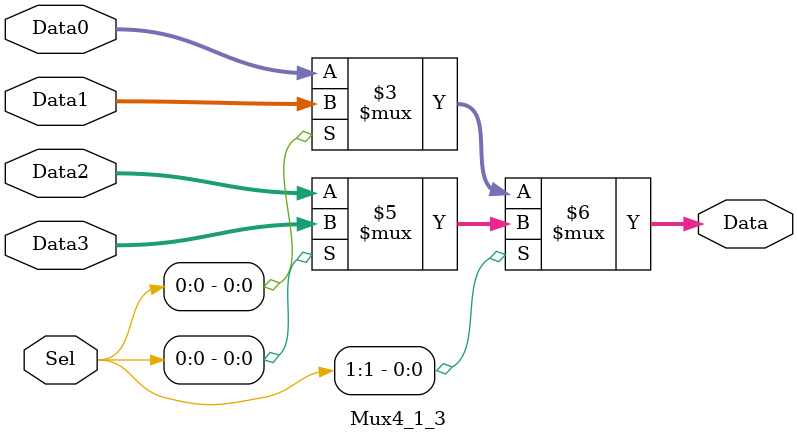
<source format=v>
module Mux4_1_3(
input  [2:0]Data0,Data1,Data2,Data3,
input [1:0] Sel,
output [2:0]Data
);
assign Data = (Sel[1] == 1'b0)?((Sel[0] == 1'b0)?(Data0):(Data1)):((Sel[0] == 1'b0)?(Data2):(Data3));
endmodule
</source>
